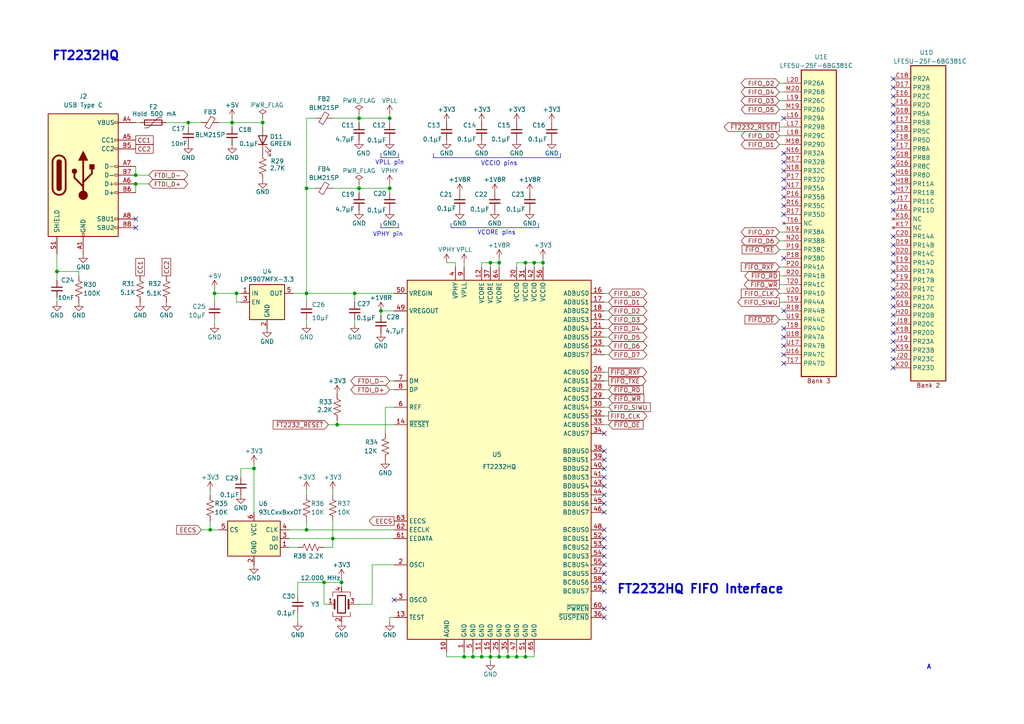
<source format=kicad_sch>
(kicad_sch (version 20231120) (generator "eeschema") (generator_version "8.0")
  (paper "A4")
  (junction (at 62.23 85.09))
  (junction (at 39.37 50.8))
  (junction (at 16.51 78.74))
  (junction (at 147.32 190.5))
  (junction (at 88.9 153.67))
  (junction (at 73.66 135.89))
  (junction (at 144.78 190.5))
  (junction (at 97.79 123.19))
  (junction (at 142.24 76.2))
  (junction (at 99.06 168.91))
  (junction (at 88.9 85.09))
  (junction (at 113.03 34.29))
  (junction (at 134.62 190.5))
  (junction (at 142.24 190.5))
  (junction (at 154.94 76.2))
  (junction (at 68.58 85.09))
  (junction (at 157.48 76.2))
  (junction (at 96.52 156.21))
  (junction (at 102.87 85.09))
  (junction (at 113.03 54.61))
  (junction (at 88.9 54.61))
  (junction (at 110.49 90.17))
  (junction (at 144.78 76.2))
  (junction (at 76.2 35.56))
  (junction (at 152.4 76.2))
  (junction (at 60.96 153.67))
  (junction (at 104.14 54.61))
  (junction (at 139.7 190.5))
  (junction (at 137.16 190.5))
  (junction (at 152.4 190.5))
  (junction (at 93.98 168.91))
  (junction (at 104.14 34.29))
  (junction (at 149.86 190.5))
  (junction (at 39.37 53.34))
  (junction (at 67.31 35.56))
  (junction (at 54.61 35.56))
  (no_connect (at 227.33 34.29))
  (no_connect (at 227.33 97.79))
  (no_connect (at 39.37 66.04))
  (no_connect (at 227.33 54.61))
  (no_connect (at 259.08 30.48))
  (no_connect (at 259.08 58.42))
  (no_connect (at 175.26 153.67))
  (no_connect (at 259.08 91.44))
  (no_connect (at 259.08 45.72))
  (no_connect (at 175.26 156.21))
  (no_connect (at 39.37 63.5))
  (no_connect (at 175.26 135.89))
  (no_connect (at 227.33 59.69))
  (no_connect (at 175.26 158.75))
  (no_connect (at 259.08 53.34))
  (no_connect (at 259.08 86.36))
  (no_connect (at 259.08 71.12))
  (no_connect (at 175.26 146.05))
  (no_connect (at 175.26 163.83))
  (no_connect (at 259.08 83.82))
  (no_connect (at 259.08 25.4))
  (no_connect (at 259.08 76.2))
  (no_connect (at 175.26 179.07))
  (no_connect (at 259.08 55.88))
  (no_connect (at 227.33 90.17))
  (no_connect (at 175.26 133.35))
  (no_connect (at 175.26 138.43))
  (no_connect (at 259.08 40.64))
  (no_connect (at 227.33 74.93))
  (no_connect (at 227.33 57.15))
  (no_connect (at 227.33 52.07))
  (no_connect (at 175.26 143.51))
  (no_connect (at 175.26 168.91))
  (no_connect (at 259.08 101.6))
  (no_connect (at 259.08 104.14))
  (no_connect (at 175.26 166.37))
  (no_connect (at 259.08 38.1))
  (no_connect (at 175.26 140.97))
  (no_connect (at 259.08 81.28))
  (no_connect (at 175.26 161.29))
  (no_connect (at 259.08 22.86))
  (no_connect (at 259.08 93.98))
  (no_connect (at 259.08 68.58))
  (no_connect (at 227.33 49.53))
  (no_connect (at 259.08 99.06))
  (no_connect (at 114.3 173.99))
  (no_connect (at 227.33 95.25))
  (no_connect (at 227.33 102.87))
  (no_connect (at 175.26 125.73))
  (no_connect (at 259.08 43.18))
  (no_connect (at 259.08 73.66))
  (no_connect (at 227.33 100.33))
  (no_connect (at 259.08 27.94))
  (no_connect (at 259.08 48.26))
  (no_connect (at 175.26 171.45))
  (no_connect (at 227.33 44.45))
  (no_connect (at 175.26 176.53))
  (no_connect (at 259.08 60.96))
  (no_connect (at 227.33 46.99))
  (no_connect (at 259.08 88.9))
  (no_connect (at 175.26 148.59))
  (no_connect (at 259.08 96.52))
  (no_connect (at 259.08 106.68))
  (no_connect (at 227.33 62.23))
  (no_connect (at 259.08 33.02))
  (no_connect (at 227.33 105.41))
  (no_connect (at 259.08 78.74))
  (no_connect (at 259.08 35.56))
  (no_connect (at 259.08 50.8))
  (no_connect (at 175.26 130.81))
  (wire (pts (xy 226.06 92.71) (xy 227.33 92.71)))
  (wire (pts (xy 176.53 110.49) (xy 175.26 110.49)))
  (wire (pts (xy 113.03 53.34) (xy 113.03 54.61)))
  (wire (pts (xy 39.37 53.34) (xy 39.37 55.88)))
  (wire (pts (xy 104.14 53.34) (xy 104.14 54.61)))
  (wire (pts (xy 134.62 189.23) (xy 134.62 190.5)))
  (wire (pts (xy 226.06 77.47) (xy 227.33 77.47)))
  (wire (pts (xy 113.03 113.03) (xy 114.3 113.03)))
  (wire (pts (xy 54.61 35.56) (xy 54.61 36.83)))
  (polyline (pts (xy 130.81 64.77) (xy 130.81 66.04)))
  (wire (pts (xy 67.31 35.56) (xy 67.31 36.83)))
  (wire (pts (xy 176.53 95.25) (xy 175.26 95.25)))
  (wire (pts (xy 48.26 35.56) (xy 54.61 35.56)))
  (polyline (pts (xy 125.73 45.72) (xy 162.56 45.72)))
  (wire (pts (xy 113.03 34.29) (xy 104.14 34.29)))
  (wire (pts (xy 226.06 36.83) (xy 227.33 36.83)))
  (wire (pts (xy 147.32 190.5) (xy 149.86 190.5)))
  (wire (pts (xy 113.03 33.02) (xy 113.03 34.29)))
  (wire (pts (xy 113.03 55.88) (xy 113.03 54.61)))
  (wire (pts (xy 73.66 134.62) (xy 73.66 135.89)))
  (wire (pts (xy 176.53 85.09) (xy 175.26 85.09)))
  (wire (pts (xy 99.06 168.91) (xy 99.06 170.18)))
  (wire (pts (xy 139.7 190.5) (xy 142.24 190.5)))
  (wire (pts (xy 149.86 77.47) (xy 149.86 76.2)))
  (wire (pts (xy 63.5 35.56) (xy 67.31 35.56)))
  (wire (pts (xy 139.7 76.2) (xy 142.24 76.2)))
  (wire (pts (xy 69.85 135.89) (xy 73.66 135.89)))
  (wire (pts (xy 152.4 76.2) (xy 152.4 77.47)))
  (wire (pts (xy 110.49 90.17) (xy 114.3 90.17)))
  (wire (pts (xy 226.06 85.09) (xy 227.33 85.09)))
  (wire (pts (xy 176.53 87.63) (xy 175.26 87.63)))
  (wire (pts (xy 16.51 78.74) (xy 16.51 81.28)))
  (wire (pts (xy 69.85 135.89) (xy 69.85 138.43)))
  (wire (pts (xy 176.53 120.65) (xy 175.26 120.65)))
  (wire (pts (xy 104.14 34.29) (xy 96.52 34.29)))
  (wire (pts (xy 107.95 163.83) (xy 114.3 163.83)))
  (wire (pts (xy 96.52 151.13) (xy 96.52 156.21)))
  (polyline (pts (xy 162.56 44.45) (xy 162.56 45.72)))
  (wire (pts (xy 76.2 35.56) (xy 76.2 36.83)))
  (wire (pts (xy 144.78 74.93) (xy 144.78 76.2)))
  (wire (pts (xy 62.23 85.09) (xy 68.58 85.09)))
  (wire (pts (xy 144.78 189.23) (xy 144.78 190.5)))
  (polyline (pts (xy 110.49 64.77) (xy 110.49 66.04)))
  (wire (pts (xy 152.4 190.5) (xy 154.94 190.5)))
  (wire (pts (xy 85.09 85.09) (xy 88.9 85.09)))
  (wire (pts (xy 111.76 125.73) (xy 111.76 118.11)))
  (wire (pts (xy 176.53 97.79) (xy 175.26 97.79)))
  (wire (pts (xy 107.95 175.26) (xy 107.95 163.83)))
  (wire (pts (xy 226.06 39.37) (xy 227.33 39.37)))
  (wire (pts (xy 152.4 189.23) (xy 152.4 190.5)))
  (wire (pts (xy 16.51 86.36) (xy 16.51 87.63)))
  (wire (pts (xy 88.9 34.29) (xy 88.9 54.61)))
  (wire (pts (xy 144.78 76.2) (xy 144.78 77.47)))
  (polyline (pts (xy 125.73 44.45) (xy 125.73 45.72)))
  (wire (pts (xy 137.16 190.5) (xy 139.7 190.5)))
  (wire (pts (xy 73.66 135.89) (xy 73.66 148.59)))
  (wire (pts (xy 144.78 190.5) (xy 147.32 190.5)))
  (wire (pts (xy 129.54 76.2) (xy 132.08 76.2)))
  (wire (pts (xy 95.25 123.19) (xy 97.79 123.19)))
  (wire (pts (xy 86.36 180.34) (xy 86.36 177.8)))
  (wire (pts (xy 226.06 87.63) (xy 227.33 87.63)))
  (wire (pts (xy 142.24 190.5) (xy 142.24 191.77)))
  (polyline (pts (xy 156.21 66.04) (xy 130.81 66.04)))
  (wire (pts (xy 157.48 76.2) (xy 157.48 77.47)))
  (wire (pts (xy 22.86 78.74) (xy 22.86 80.01)))
  (wire (pts (xy 104.14 34.29) (xy 104.14 35.56)))
  (polyline (pts (xy 110.49 45.72) (xy 115.57 45.72)))
  (wire (pts (xy 76.2 35.56) (xy 76.2 34.29)))
  (wire (pts (xy 67.31 35.56) (xy 76.2 35.56)))
  (wire (pts (xy 83.82 153.67) (xy 88.9 153.67)))
  (polyline (pts (xy 115.57 64.77) (xy 115.57 66.04)))
  (wire (pts (xy 134.62 190.5) (xy 137.16 190.5)))
  (wire (pts (xy 129.54 190.5) (xy 134.62 190.5)))
  (wire (pts (xy 62.23 93.98) (xy 62.23 92.71)))
  (wire (pts (xy 176.53 90.17) (xy 175.26 90.17)))
  (wire (pts (xy 104.14 33.02) (xy 104.14 34.29)))
  (wire (pts (xy 60.96 153.67) (xy 63.5 153.67)))
  (wire (pts (xy 86.36 172.72) (xy 86.36 168.91)))
  (wire (pts (xy 88.9 85.09) (xy 102.87 85.09)))
  (wire (pts (xy 16.51 78.74) (xy 22.86 78.74)))
  (polyline (pts (xy 110.49 66.04) (xy 115.57 66.04)))
  (wire (pts (xy 154.94 76.2) (xy 157.48 76.2)))
  (wire (pts (xy 102.87 175.26) (xy 107.95 175.26)))
  (wire (pts (xy 88.9 151.13) (xy 88.9 153.67)))
  (wire (pts (xy 113.03 110.49) (xy 114.3 110.49)))
  (wire (pts (xy 54.61 35.56) (xy 58.42 35.56)))
  (wire (pts (xy 68.58 85.09) (xy 69.85 85.09)))
  (wire (pts (xy 39.37 35.56) (xy 40.64 35.56)))
  (polyline (pts (xy 115.57 44.45) (xy 115.57 45.72)))
  (wire (pts (xy 142.24 76.2) (xy 144.78 76.2)))
  (wire (pts (xy 226.06 82.55) (xy 227.33 82.55)))
  (wire (pts (xy 97.79 121.92) (xy 97.79 123.19)))
  (wire (pts (xy 137.16 189.23) (xy 137.16 190.5)))
  (wire (pts (xy 95.25 175.26) (xy 93.98 175.26)))
  (wire (pts (xy 226.06 80.01) (xy 227.33 80.01)))
  (wire (pts (xy 69.85 87.63) (xy 68.58 87.63)))
  (polyline (pts (xy 110.49 44.45) (xy 110.49 45.72)))
  (wire (pts (xy 226.06 29.21) (xy 227.33 29.21)))
  (wire (pts (xy 88.9 153.67) (xy 114.3 153.67)))
  (wire (pts (xy 43.18 50.8) (xy 39.37 50.8)))
  (wire (pts (xy 226.06 26.67) (xy 227.33 26.67)))
  (wire (pts (xy 226.06 67.31) (xy 227.33 67.31)))
  (wire (pts (xy 96.52 156.21) (xy 114.3 156.21)))
  (wire (pts (xy 68.58 87.63) (xy 68.58 85.09)))
  (wire (pts (xy 83.82 156.21) (xy 96.52 156.21)))
  (wire (pts (xy 152.4 76.2) (xy 154.94 76.2)))
  (wire (pts (xy 139.7 76.2) (xy 139.7 77.47)))
  (wire (pts (xy 149.86 76.2) (xy 152.4 76.2)))
  (wire (pts (xy 154.94 76.2) (xy 154.94 77.47)))
  (wire (pts (xy 226.06 41.91) (xy 227.33 41.91)))
  (wire (pts (xy 96.52 142.24) (xy 96.52 143.51)))
  (wire (pts (xy 43.18 53.34) (xy 39.37 53.34)))
  (wire (pts (xy 104.14 54.61) (xy 104.14 55.88)))
  (wire (pts (xy 99.06 167.64) (xy 99.06 168.91)))
  (wire (pts (xy 102.87 92.71) (xy 102.87 93.98)))
  (wire (pts (xy 176.53 118.11) (xy 175.26 118.11)))
  (wire (pts (xy 114.3 179.07) (xy 113.03 179.07)))
  (wire (pts (xy 83.82 158.75) (xy 86.36 158.75)))
  (wire (pts (xy 176.53 113.03) (xy 175.26 113.03)))
  (wire (pts (xy 114.3 85.09) (xy 102.87 85.09)))
  (wire (pts (xy 102.87 85.09) (xy 102.87 87.63)))
  (wire (pts (xy 176.53 115.57) (xy 175.26 115.57)))
  (wire (pts (xy 139.7 189.23) (xy 139.7 190.5)))
  (wire (pts (xy 142.24 76.2) (xy 142.24 77.47)))
  (wire (pts (xy 86.36 168.91) (xy 93.98 168.91)))
  (wire (pts (xy 113.03 179.07) (xy 113.03 180.34)))
  (wire (pts (xy 129.54 189.23) (xy 129.54 190.5)))
  (wire (pts (xy 113.03 54.61) (xy 104.14 54.61)))
  (wire (pts (xy 176.53 102.87) (xy 175.26 102.87)))
  (wire (pts (xy 60.96 151.13) (xy 60.96 153.67)))
  (wire (pts (xy 16.51 73.66) (xy 16.51 78.74)))
  (wire (pts (xy 147.32 189.23) (xy 147.32 190.5)))
  (wire (pts (xy 62.23 83.82) (xy 62.23 85.09)))
  (wire (pts (xy 142.24 190.5) (xy 144.78 190.5)))
  (wire (pts (xy 97.79 123.19) (xy 114.3 123.19)))
  (wire (pts (xy 67.31 34.29) (xy 67.31 35.56)))
  (wire (pts (xy 111.76 118.11) (xy 114.3 118.11)))
  (wire (pts (xy 154.94 189.23) (xy 154.94 190.5)))
  (wire (pts (xy 142.24 189.23) (xy 142.24 190.5)))
  (wire (pts (xy 110.49 91.44) (xy 110.49 90.17)))
  (wire (pts (xy 91.44 34.29) (xy 88.9 34.29)))
  (wire (pts (xy 176.53 92.71) (xy 175.26 92.71)))
  (wire (pts (xy 226.06 69.85) (xy 227.33 69.85)))
  (wire (pts (xy 176.53 107.95) (xy 175.26 107.95)))
  (wire (pts (xy 157.48 76.2) (xy 157.48 74.93)))
  (wire (pts (xy 104.14 54.61) (xy 96.52 54.61)))
  (wire (pts (xy 88.9 85.09) (xy 88.9 87.63)))
  (wire (pts (xy 226.06 72.39) (xy 227.33 72.39)))
  (wire (pts (xy 60.96 142.24) (xy 60.96 143.51)))
  (wire (pts (xy 176.53 123.19) (xy 175.26 123.19)))
  (wire (pts (xy 134.62 76.2) (xy 134.62 77.47)))
  (wire (pts (xy 176.53 100.33) (xy 175.26 100.33)))
  (wire (pts (xy 93.98 175.26) (xy 93.98 168.91)))
  (wire (pts (xy 88.9 142.24) (xy 88.9 143.51)))
  (wire (pts (xy 93.98 158.75) (xy 96.52 158.75)))
  (wire (pts (xy 96.52 158.75) (xy 96.52 156.21)))
  (wire (pts (xy 88.9 93.98) (xy 88.9 92.71)))
  (polyline (pts (xy 156.21 64.77) (xy 156.21 66.04)))
  (wire (pts (xy 149.86 190.5) (xy 152.4 190.5)))
  (wire (pts (xy 88.9 54.61) (xy 91.44 54.61)))
  (wire (pts (xy 62.23 87.63) (xy 62.23 85.09)))
  (wire (pts (xy 149.86 189.23) (xy 149.86 190.5)))
  (wire (pts (xy 58.42 153.67) (xy 60.96 153.67)))
  (wire (pts (xy 113.03 35.56) (xy 113.03 34.29)))
  (wire (pts (xy 88.9 54.61) (xy 88.9 85.09)))
  (wire (pts (xy 39.37 48.26) (xy 39.37 50.8)))
  (wire (pts (xy 226.06 24.13) (xy 227.33 24.13)))
  (wire (pts (xy 132.08 76.2) (xy 132.08 77.47)))
  (wire (pts (xy 226.06 31.75) (xy 227.33 31.75)))
  (wire (pts (xy 93.98 168.91) (xy 99.06 168.91)))
  (text "VPHY pin" (at 112.522 68.072 0) (effects (font (size 1.27 1.27))))
  (text "VPLL pin" (at 113.03 47.244 0) (effects (font (size 1.27 1.27))))
  (text "A" (at 268.732 194.31 0) (effects (font (size 1.27 1.27) (thickness 0.254) (bold yes)) (justify left bottom)))
  (text "FT2232HQ" (at 14.986 17.78 0) (effects (font (size 2.54 2.54) (thickness 0.508) (bold yes)) (justify left bottom)))
  (text "VCCIO pins" (at 144.78 47.498 0) (effects (font (size 1.27 1.27))))
  (text "VCORE pins" (at 144.018 67.564 0) (effects (font (size 1.27 1.27))))
  (text "FT2232HQ FIFO Interface" (at 178.816 172.466 0) (effects (font (size 2.54 2.54) (thickness 0.508) (bold yes)) (justify left bottom)))
  (global_label "~{FIFO_TXE}" (shape output) (at 176.53 110.49 0) (property "Intersheetrefs" "${INTERSHEET_REFS}" (effects (hide yes))))
  (global_label "FIFO_D1" (shape bidirectional) (at 176.53 87.63 0) (property "Intersheetrefs" "${INTERSHEET_REFS}" (effects (hide yes))))
  (global_label "FIFO_D4" (shape bidirectional) (at 226.06 26.67 180) (property "Intersheetrefs" "${INTERSHEET_REFS}" (effects (hide yes))))
  (global_label "FIFO_D5" (shape bidirectional) (at 176.53 97.79 0) (property "Intersheetrefs" "${INTERSHEET_REFS}" (effects (hide yes))))
  (global_label "~{FIFO_RD}" (shape input) (at 176.53 113.03 0) (property "Intersheetrefs" "${INTERSHEET_REFS}" (effects (hide yes))))
  (global_label "FIFO_D6" (shape bidirectional) (at 176.53 100.33 0) (property "Intersheetrefs" "${INTERSHEET_REFS}" (effects (hide yes))))
  (global_label "FTDI_D+" (shape bidirectional) (at 43.18 53.34 0) (property "Intersheetrefs" "${INTERSHEET_REFS}" (effects (hide yes))))
  (global_label "FIFO_D7" (shape bidirectional) (at 226.06 67.31 180) (property "Intersheetrefs" "${INTERSHEET_REFS}" (effects (hide yes))))
  (global_label "FIFO_D1" (shape bidirectional) (at 226.06 41.91 180) (property "Intersheetrefs" "${INTERSHEET_REFS}" (effects (hide yes))))
  (global_label "FIFO_CLK" (shape output) (at 176.53 120.65 0) (property "Intersheetrefs" "${INTERSHEET_REFS}" (effects (hide yes))))
  (global_label "FTDI_D-" (shape bidirectional) (at 43.18 50.8 0) (property "Intersheetrefs" "${INTERSHEET_REFS}" (effects (hide yes))))
  (global_label "CC1" (shape passive) (at 40.64 80.01 90) (property "Intersheetrefs" "${INTERSHEET_REFS}" (effects (hide yes))))
  (global_label "~{FIFO_OE}" (shape input) (at 176.53 123.19 0) (property "Intersheetrefs" "${INTERSHEET_REFS}" (effects (hide yes))))
  (global_label "FIFO_CLK" (shape input) (at 226.06 85.09 180) (property "Intersheetrefs" "${INTERSHEET_REFS}" (effects (hide yes))))
  (global_label "FIFO_SIWU" (shape output) (at 226.06 87.63 180) (property "Intersheetrefs" "${INTERSHEET_REFS}" (effects (hide yes))))
  (global_label "FIFO_D0" (shape bidirectional) (at 176.53 85.09 0) (property "Intersheetrefs" "${INTERSHEET_REFS}" (effects (hide yes))))
  (global_label "~{FIFO_OE}" (shape input) (at 226.06 92.71 180) (property "Intersheetrefs" "${INTERSHEET_REFS}" (effects (hide yes))))
  (global_label "FIFO_D4" (shape bidirectional) (at 176.53 95.25 0) (property "Intersheetrefs" "${INTERSHEET_REFS}" (effects (hide yes))))
  (global_label "~{FIFO_TXE}" (shape input) (at 226.06 72.39 180) (property "Intersheetrefs" "${INTERSHEET_REFS}" (effects (hide yes))))
  (global_label "~{FT2232_RESET}" (shape input) (at 95.25 123.19 180) (property "Intersheetrefs" "${INTERSHEET_REFS}" (effects (hide yes))))
  (global_label "FTDI_D-" (shape bidirectional) (at 113.03 110.49 180) (property "Intersheetrefs" "${INTERSHEET_REFS}" (effects (hide yes))))
  (global_label "FIFO_D2" (shape bidirectional) (at 226.06 24.13 180) (property "Intersheetrefs" "${INTERSHEET_REFS}" (effects (hide yes))))
  (global_label "FIFO_SIWU" (shape input) (at 176.53 118.11 0) (property "Intersheetrefs" "${INTERSHEET_REFS}" (effects (hide yes))))
  (global_label "FIFO_D6" (shape bidirectional) (at 226.06 69.85 180) (property "Intersheetrefs" "${INTERSHEET_REFS}" (effects (hide yes))))
  (global_label "EECS" (shape input) (at 58.42 153.67 180) (property "Intersheetrefs" "${INTERSHEET_REFS}" (effects (hide yes))))
  (global_label "FIFO_D3" (shape bidirectional) (at 176.53 92.71 0) (property "Intersheetrefs" "${INTERSHEET_REFS}" (effects (hide yes))))
  (global_label "CC2" (shape passive) (at 48.26 80.01 90) (property "Intersheetrefs" "${INTERSHEET_REFS}" (effects (hide yes))))
  (global_label "~{FT2232_RESET}" (shape output) (at 226.06 36.83 180) (property "Intersheetrefs" "${INTERSHEET_REFS}" (effects (hide yes))))
  (global_label "CC2" (shape passive) (at 39.37 43.18 0) (property "Intersheetrefs" "${INTERSHEET_REFS}" (effects (hide yes))))
  (global_label "FIFO_D3" (shape bidirectional) (at 226.06 29.21 180) (property "Intersheetrefs" "${INTERSHEET_REFS}" (effects (hide yes))))
  (global_label "FIFO_D0" (shape bidirectional) (at 226.06 39.37 180) (property "Intersheetrefs" "${INTERSHEET_REFS}" (effects (hide yes))))
  (global_label "CC1" (shape passive) (at 39.37 40.64 0) (property "Intersheetrefs" "${INTERSHEET_REFS}" (effects (hide yes))))
  (global_label "~{FIFO_WR}" (shape input) (at 176.53 115.57 0) (property "Intersheetrefs" "${INTERSHEET_REFS}" (effects (hide yes))))
  (global_label "~{FIFO_RXF}" (shape output) (at 176.53 107.95 0) (property "Intersheetrefs" "${INTERSHEET_REFS}" (effects (hide yes))))
  (global_label "FIFO_D5" (shape bidirectional) (at 226.06 31.75 180) (property "Intersheetrefs" "${INTERSHEET_REFS}" (effects (hide yes))))
  (global_label "EECS" (shape output) (at 114.3 151.13 180) (property "Intersheetrefs" "${INTERSHEET_REFS}" (effects (hide yes))))
  (global_label "~{FIFO_RXF}" (shape input) (at 226.06 77.47 180) (property "Intersheetrefs" "${INTERSHEET_REFS}" (effects (hide yes))))
  (global_label "FIFO_D2" (shape bidirectional) (at 176.53 90.17 0) (property "Intersheetrefs" "${INTERSHEET_REFS}" (effects (hide yes))))
  (global_label "~{FIFO_WR}" (shape output) (at 226.06 82.55 180) (property "Intersheetrefs" "${INTERSHEET_REFS}" (effects (hide yes))))
  (global_label "FIFO_D7" (shape bidirectional) (at 176.53 102.87 0) (property "Intersheetrefs" "${INTERSHEET_REFS}" (effects (hide yes))))
  (global_label "~{FIFO_RD}" (shape output) (at 226.06 80.01 180) (property "Intersheetrefs" "${INTERSHEET_REFS}" (effects (hide yes))))
  (global_label "FTDI_D+" (shape bidirectional) (at 113.03 113.03 180) (property "Intersheetrefs" "${INTERSHEET_REFS}" (effects (hide yes))))
  (symbol (lib_id "power:+3V3") (at 133.35 55.88 0) (unit 1)
    (property "Reference" "#PWR067" (effects (hide yes)))
    (property "Value" "+1V8R" (at 133.35 52.07 0))
    (property "Description" "Power symbol creates a global label with name \"+3V3\"" (effects (hide yes)))
  )
  (symbol (lib_id "power:+3V3") (at 134.62 76.2 0) (unit 1)
    (property "Reference" "#PWR079" (effects (hide yes)))
    (property "Value" "VPLL" (at 134.62 72.39 0))
    (property "Description" "Power symbol creates a global label with name \"+3V3\"" (effects (hide yes)))
  )
  (symbol (lib_id "ECP5_BGA381_FT2232HQ_FIFO:LFE5U-25F-xBG381x") (at 269.24 60.96 0) (unit 4)
    (property "Reference" "U1" (at 266.7 15.24 0) (effects (justify left)))
    (property "Value" "LFE5U-25F-6BG381C" (at 259.08 17.78 0) (effects (justify left)))
    (property "Footprint" "ECP5_BGA381_FT2232HQ_FIFO:BGA-381_pitch0.8mm_dia0.4mm" (effects (hide yes)))
    (property "Datasheet" "https://www.latticesemi.com/view_document?document_id=50461" (effects (hide yes)))
    (property "Description" "ECP5 FPGA, 25K LUTs, 1.2V, BGA-381" (effects (hide yes)))
    (property "Manufacturer" "Lattice Semiconductor Corporation" (effects (hide yes)))
    (property "MPN" "LFE5U-25F-6BG381C" (effects (hide yes)))
  )
  (symbol (lib_id "power:+3V3") (at 129.54 76.2 0) (unit 1)
    (property "Reference" "#PWR078" (effects (hide yes)))
    (property "Value" "VPHY" (at 129.54 72.39 0))
    (property "Description" "Power symbol creates a global label with name \"+3V3\"" (effects (hide yes)))
  )
  (symbol (lib_id "Device:C_Small") (at 54.61 39.37 0) (unit 1)
    (property "Reference" "C17" (at 49.784 37.338 0) (effects (justify left)))
    (property "Value" "10nF" (at 49.53 41.656 0) (effects (justify left)))
    (property "Footprint" "Capacitor_SMD:C_0603_1608Metric" (effects (hide yes)))
    (property "Description" "CAP CER 10000PF 50V X7R 0603" (effects (hide yes)))
    (property "Manufacturer" "Samsung Electro-Mechanics" (effects (hide yes)))
    (property "MPN" "CL10B103KB8NNWC" (effects (hide yes)))
  )
  (symbol (lib_id "power:GND") (at 73.66 163.83 0) (unit 1)
    (property "Reference" "#PWR098" (effects (hide yes)))
    (property "Value" "GND" (at 73.66 167.64 0))
    (property "Description" "Power symbol creates a global label with name \"GND\" , ground" (effects (hide yes)))
  )
  (symbol (lib_id "ECP5_BGA381_FT2232HQ_FIFO:USB_C_Receptacle_USB2.0") (at 24.13 50.8 0) (unit 1)
    (property "Reference" "J2" (at 24.13 27.94 0))
    (property "Value" "USB Type C" (at 24.13 30.48 0))
    (property "Footprint" "ECP5_BGA381_FT2232HQ_FIFO:USB_C_Receptacle_GCT_USB4105-xx-A_16P_TopMnt_Horizontal" (effects (hide yes)))
    (property "Datasheet" "https://www.usb.org/sites/default/files/documents/usb_type-c.zip" (effects (hide yes)))
    (property "Description" "CONN RCP USB2.0 TYP C 24P SMD RA" (effects (hide yes)))
    (property "MPN" "USB4105-GF-A-120" (effects (hide yes)))
    (property "Manufacturer" "GCT" (effects (hide yes)))
  )
  (symbol (lib_id "Device:R_US") (at 97.79 118.11 0) (unit 1)
    (property "Reference" "R33" (at 92.456 116.586 0) (effects (justify left)))
    (property "Value" "2.2K" (at 91.948 118.872 0) (effects (justify left)))
    (property "Footprint" "Resistor_SMD:R_0603_1608Metric" (effects (hide yes)))
    (property "Description" "RES SMD 2.2K OHM 1% 1/10W 0603" (effects (hide yes)))
    (property "Manufacturer" "Panasonic Electronic Components" (effects (hide yes)))
    (property "MPN" "ERJ-3EKF2201V" (effects (hide yes)))
  )
  (symbol (lib_id "power:GND") (at 16.51 87.63 0) (unit 1)
    (property "Reference" "#PWR081" (effects (hide yes)))
    (property "Value" "GND" (at 16.51 91.44 0))
    (property "Description" "Power symbol creates a global label with name \"GND\" , ground" (effects (hide yes)))
  )
  (symbol (lib_id "power:GND") (at 153.67 60.96 0) (mirror y) (unit 1)
    (property "Reference" "#PWR074" (effects (hide yes)))
    (property "Value" "GND" (at 153.67 64.77 0))
    (property "Description" "Power symbol creates a global label with name \"GND\" , ground" (effects (hide yes)))
  )
  (symbol (lib_id "Device:C_Small") (at 110.49 93.98 0) (unit 1)
    (property "Reference" "C28" (at 112.014 91.948 0) (effects (justify left)))
    (property "Value" "4.7µF" (at 111.76 96.012 0) (effects (justify left)))
    (property "Footprint" "Capacitor_SMD:C_0603_1608Metric" (effects (hide yes)))
    (property "Description" "CAP CER 4.7UF 10V X5R 0603" (effects (hide yes)))
    (property "MPN" "CL10A475KP8NNNC" (effects (hide yes)))
    (property "Manufacturer" "Samsung Electro-Mechanics" (effects (hide yes)))
  )
  (symbol (lib_id "Device:LED") (at 76.2 40.64 90) (unit 1)
    (property "Reference" "D11" (at 78.232 39.624 90) (effects (justify right)))
    (property "Value" "GREEN" (at 78.232 41.656 90) (effects (justify right)))
    (property "Footprint" "LED_SMD:LED_0603_1608Metric" (effects (hide yes)))
    (property "Description" "LED GREEN CLEAR 2SMD" (effects (hide yes)))
    (property "MPN" "APT1608LZGCK" (effects (hide yes)))
    (property "Manufacturer" "Kingbright" (effects (hide yes)))
  )
  (symbol (lib_id "ECP5_BGA381_FT2232HQ_FIFO:LFE5U-25F-xBG381x") (at 237.49 62.23 0) (unit 5)
    (property "Reference" "U1" (at 236.22 16.51 0) (effects (justify left)))
    (property "Value" "LFE5U-25F-6BG381C" (at 226.06 19.05 0) (effects (justify left)))
    (property "Footprint" "ECP5_BGA381_FT2232HQ_FIFO:BGA-381_pitch0.8mm_dia0.4mm" (effects (hide yes)))
    (property "Datasheet" "https://www.latticesemi.com/view_document?document_id=50461" (effects (hide yes)))
    (property "Description" "ECP5 FPGA, 25K LUTs, 1.2V, BGA-381" (effects (hide yes)))
    (property "Manufacturer" "Lattice Semiconductor Corporation" (effects (hide yes)))
    (property "MPN" "LFE5U-25F-6BG381C" (effects (hide yes)))
  )
  (symbol (lib_id "power:GND") (at 104.14 40.64 0) (mirror y) (unit 1)
    (property "Reference" "#PWR057" (effects (hide yes)))
    (property "Value" "GND" (at 105.41 44.45 0))
    (property "Description" "Power symbol creates a global label with name \"GND\" , ground" (effects (hide yes)))
  )
  (symbol (lib_id "power:GND") (at 142.24 191.77 0) (mirror y) (unit 1)
    (property "Reference" "#PWR0103" (effects (hide yes)))
    (property "Value" "GND" (at 142.24 195.58 0))
    (property "Description" "Power symbol creates a global label with name \"GND\" , ground" (effects (hide yes)))
  )
  (symbol (lib_id "power:+3.3V") (at 96.52 142.24 0) (unit 1) (in_bom no)
    (property "Reference" "#PWR096" (effects (hide yes)))
    (property "Value" "+3V3" (at 96.52 138.43 0))
    (property "Description" "Power symbol creates a global label with name \"+3V3\"" (effects (hide yes)))
  )
  (symbol (lib_id "power:GND") (at 113.03 180.34 0) (mirror y) (unit 1)
    (property "Reference" "#PWR0102" (effects (hide yes)))
    (property "Value" "GND" (at 113.03 184.15 0))
    (property "Description" "Power symbol creates a global label with name \"GND\" , ground" (effects (hide yes)))
  )
  (symbol (lib_id "power:GND") (at 143.51 60.96 0) (mirror y) (unit 1)
    (property "Reference" "#PWR073" (effects (hide yes)))
    (property "Value" "GND" (at 143.51 64.77 0))
    (property "Description" "Power symbol creates a global label with name \"GND\" , ground" (effects (hide yes)))
  )
  (symbol (lib_id "power:GND") (at 160.02 40.64 0) (mirror y) (unit 1)
    (property "Reference" "#PWR062" (effects (hide yes)))
    (property "Value" "GND" (at 160.02 44.45 0))
    (property "Description" "Power symbol creates a global label with name \"GND\" , ground" (effects (hide yes)))
  )
  (symbol (lib_id "Device:C_Small") (at 149.86 38.1 0) (mirror y) (unit 1)
    (property "Reference" "C15" (at 148.082 36.322 0) (effects (justify left)))
    (property "Value" "0.1µF" (at 148.082 40.386 0) (effects (justify left)))
    (property "Footprint" "Capacitor_SMD:C_0603_1608Metric" (effects (hide yes)))
    (property "Description" "CAP CER 0.1UF 50V X7R 0603" (effects (hide yes)))
    (property "MPN" "CL10B104KB8NNNC" (effects (hide yes)))
    (property "Manufacturer" "Samsung Electro-Mechanics" (effects (hide yes)))
  )
  (symbol (lib_id "Device:C_Small") (at 153.67 58.42 0) (mirror y) (unit 1)
    (property "Reference" "C23" (at 152.146 56.388 0) (effects (justify left)))
    (property "Value" "0.1µF" (at 152.4 60.706 0) (effects (justify left)))
    (property "Footprint" "Capacitor_SMD:C_0603_1608Metric" (effects (hide yes)))
    (property "Description" "CAP CER 0.1UF 50V X7R 0603" (effects (hide yes)))
    (property "MPN" "CL10B104KB8NNNC" (effects (hide yes)))
    (property "Manufacturer" "Samsung Electro-Mechanics" (effects (hide yes)))
  )
  (symbol (lib_id "power:GND") (at 129.54 40.64 0) (mirror y) (unit 1)
    (property "Reference" "#PWR059" (effects (hide yes)))
    (property "Value" "GND" (at 129.54 44.45 0))
    (property "Description" "Power symbol creates a global label with name \"GND\" , ground" (effects (hide yes)))
  )
  (symbol (lib_id "Device:R_US") (at 111.76 129.54 0) (mirror y) (unit 1)
    (property "Reference" "R34" (at 109.728 128.27 0) (effects (justify left)))
    (property "Value" "12K" (at 109.474 130.81 0) (effects (justify left)))
    (property "Footprint" "Resistor_SMD:R_0603_1608Metric" (effects (hide yes)))
    (property "Description" "RES SMD 12K OHM 1% 1/10W 0603" (effects (hide yes)))
    (property "MPN" "ERJ-3EKF1202V" (effects (hide yes)))
    (property "Manufacturer" "Panasonic Electronic Components" (effects (hide yes)))
  )
  (symbol (lib_id "power:GND") (at 48.26 87.63 0) (unit 1)
    (property "Reference" "#PWR084" (effects (hide yes)))
    (property "Value" "GND" (at 48.26 91.44 0))
    (property "Description" "Power symbol creates a global label with name \"GND\" , ground" (effects (hide yes)))
  )
  (symbol (lib_id "Device:R_US") (at 22.86 83.82 0) (unit 1)
    (property "Reference" "R30" (at 24.13 82.55 0) (effects (justify left)))
    (property "Value" "100K" (at 24.13 85.09 0) (effects (justify left)))
    (property "Footprint" "Resistor_SMD:R_0603_1608Metric" (effects (hide yes)))
    (property "Description" "RES SMD 100K OHM 1% 1/10W 0603" (effects (hide yes)))
    (property "Manufacturer" "Panasonic Electronic Components" (effects (hide yes)))
    (property "MPN" "ERJ-3EKF1003V" (effects (hide yes)))
  )
  (symbol (lib_id "Interface_USB:FT2232HQ") (at 144.78 133.35 0) (unit 1)
    (property "Reference" "U5" (at 142.748 131.826 0) (effects (justify left)))
    (property "Value" "FT2232HQ" (at 139.954 135.382 0) (effects (justify left)))
    (property "Footprint" "Package_DFN_QFN:QFN-64-1EP_9x9mm_P0.5mm_EP4.35x4.35mm" (effects (hide yes)))
    (property "Datasheet" "https://www.ftdichip.com/Support/Documents/DataSheets/ICs/DS_FT2232H.pdf" (effects (hide yes)))
    (property "Description" "IC USB HS DUAL UART/FIFO 64-QFN" (effects (hide yes)))
    (property "MPN" "FT2232HQ-REEL" (effects (hide yes)))
    (property "Manufacturer" "FTDI, Future Technology Devices International Ltd" (effects (hide yes)))
  )
  (symbol (lib_id "Device:C_Small") (at 88.9 90.17 0) (unit 1)
    (property "Reference" "C26" (at 90.424 88.392 0) (effects (justify left)))
    (property "Value" "10µF" (at 90.424 92.202 0) (effects (justify left)))
    (property "Footprint" "Capacitor_SMD:C_0805_2012Metric" (effects (hide yes)))
    (property "Description" "CAP CER 10UF 16V X7R 0805" (effects (hide yes)))
    (property "MPN" "CL21B106KOQNNNE" (effects (hide yes)))
    (property "Manufacturer" "Samsung Electro-Mechanics" (effects (hide yes)))
  )
  (symbol (lib_id "Device:Crystal_GND24") (at 99.06 175.26 0) (mirror x) (unit 1)
    (property "Reference" "Y3" (at 91.44 175.26 0))
    (property "Value" "12.000 MHz" (at 92.964 167.64 0))
    (property "Footprint" "Oscillator:Oscillator_SMD_ECS_2520MV-xxx-xx-4Pin_2.5x2.0mm" (effects (hide yes)))
    (property "Description" "XTAL OSC XO 12.0000MHZ CMOS SMD" (effects (hide yes)))
    (property "Manufacturer" "EPSON" (effects (hide yes)))
    (property "MPN" "SG-210STF 12.0000ML3" (effects (hide yes)))
  )
  (symbol (lib_id "Device:C_Small") (at 86.36 175.26 0) (unit 1)
    (property "Reference" "C30" (at 81.788 172.974 0) (effects (justify left)))
    (property "Value" "0.1µF" (at 80.264 177.8 0) (effects (justify left)))
    (property "Footprint" "Capacitor_SMD:C_0603_1608Metric" (effects (hide yes)))
    (property "Description" "CAP CER 0.1UF 50V X7R 0603" (effects (hide yes)))
    (property "MPN" "CL10B104KB8NNNC" (effects (hide yes)))
    (property "Manufacturer" "Samsung Electro-Mechanics" (effects (hide yes)))
  )
  (symbol (lib_id "power:GND") (at 76.2 52.07 0) (unit 1)
    (property "Reference" "#PWR065" (effects (hide yes)))
    (property "Value" "GND" (at 76.2 55.626 0))
    (property "Description" "Power symbol creates a global label with name \"GND\" , ground" (effects (hide yes)))
  )
  (symbol (lib_id "power:+5V") (at 62.23 83.82 0) (unit 1)
    (property "Reference" "#PWR080" (effects (hide yes)))
    (property "Value" "+5V" (at 62.23 80.01 0))
    (property "Description" "Power symbol creates a global label with name \"+5V\"" (effects (hide yes)))
  )
  (symbol (lib_id "Device:C_Small") (at 102.87 90.17 0) (mirror y) (unit 1)
    (property "Reference" "C27" (at 107.442 88.138 0) (effects (justify left)))
    (property "Value" "0.1µF" (at 108.966 92.202 0) (effects (justify left)))
    (property "Footprint" "Capacitor_SMD:C_0603_1608Metric" (effects (hide yes)))
    (property "Description" "CAP CER 0.1UF 50V X7R 0603" (effects (hide yes)))
    (property "MPN" "CL10B104KB8NNNC" (effects (hide yes)))
    (property "Manufacturer" "Samsung Electro-Mechanics" (effects (hide yes)))
  )
  (symbol (lib_id "Device:C_Small") (at 129.54 38.1 0) (mirror y) (unit 1)
    (property "Reference" "C13" (at 127.762 36.322 0) (effects (justify left)))
    (property "Value" "0.1µF" (at 128.27 40.386 0) (effects (justify left)))
    (property "Footprint" "Capacitor_SMD:C_0603_1608Metric" (effects (hide yes)))
    (property "Description" "CAP CER 0.1UF 50V X7R 0603" (effects (hide yes)))
    (property "MPN" "CL10B104KB8NNNC" (effects (hide yes)))
    (property "Manufacturer" "Samsung Electro-Mechanics" (effects (hide yes)))
  )
  (symbol (lib_id "power:GND") (at 69.85 143.51 0) (unit 1)
    (property "Reference" "#PWR097" (effects (hide yes)))
    (property "Value" "GND" (at 69.85 147.32 0))
    (property "Description" "Power symbol creates a global label with name \"GND\" , ground" (effects (hide yes)))
  )
  (symbol (lib_id "Memory_EEPROM:93LCxxBxxOT") (at 73.66 156.21 0) (unit 1)
    (property "Reference" "U6" (at 74.93 146.05 0) (effects (justify left)))
    (property "Value" "93LCxxBxxOT" (at 74.93 148.59 0) (effects (justify left)))
    (property "Footprint" "Package_TO_SOT_SMD:SOT-23-6" (effects (hide yes)))
    (property "Datasheet" "http://ww1.microchip.com/downloads/en/DeviceDoc/20001749K.pdf" (effects (hide yes)))
    (property "Description" "IC EEPROM 2KBIT MIC WIRE SOT23-6" (effects (hide yes)))
    (property "MPN" "93LC56BT-I/OT" (effects (hide yes)))
    (property "Manufacturer" "Microchip Technology" (effects (hide yes)))
  )
  (symbol (lib_id "power:+3V3") (at 143.51 55.88 0) (unit 1)
    (property "Reference" "#PWR068" (effects (hide yes)))
    (property "Value" "+1V8R" (at 143.51 52.07 0))
    (property "Description" "Power symbol creates a global label with name \"+3V3\"" (effects (hide yes)))
  )
  (symbol (lib_id "power:GND") (at 113.03 60.96 0) (unit 1)
    (property "Reference" "#PWR071" (effects (hide yes)))
    (property "Value" "GND" (at 113.03 64.77 0))
    (property "Description" "Power symbol creates a global label with name \"GND\" , ground" (effects (hide yes)))
  )
  (symbol (lib_id "Device:FerriteBead_Small") (at 60.96 35.56 90) (unit 1)
    (property "Reference" "FB3" (at 60.96 32.512 90))
    (property "Value" "BLM21SP" (at 60.96 39.116 90))
    (property "Footprint" "Inductor_SMD:L_0805_2012Metric" (effects (hide yes)))
    (property "Description" "FERRITE BEAD 600 OHM 0805 1LN" (effects (hide yes)))
    (property "MPN" "BLM21SP601SN1D" (effects (hide yes)))
    (property "Manufacturer" "Murata Electronics" (effects (hide yes)))
  )
  (symbol (lib_id "power:PWR_FLAG") (at 104.14 53.34 0) (mirror y) (unit 1)
    (property "Reference" "#FLG05" (effects (hide yes)))
    (property "Value" "PWR_FLAG" (at 104.14 49.53 0))
    (property "Description" "Special symbol for telling ERC where power comes from" (effects (hide yes)))
  )
  (symbol (lib_id "power:GND") (at 22.86 87.63 0) (unit 1)
    (property "Reference" "#PWR082" (effects (hide yes)))
    (property "Value" "GND" (at 22.86 91.44 0))
    (property "Description" "Power symbol creates a global label with name \"GND\" , ground" (effects (hide yes)))
  )
  (symbol (lib_id "Device:C_Small") (at 69.85 140.97 0) (unit 1)
    (property "Reference" "C29" (at 65.278 138.684 0) (effects (justify left)))
    (property "Value" "0.1µF" (at 63.754 143.51 0) (effects (justify left)))
    (property "Footprint" "Capacitor_SMD:C_0603_1608Metric" (effects (hide yes)))
    (property "Description" "CAP CER 0.1UF 50V X7R 0603" (effects (hide yes)))
    (property "MPN" "CL10B104KB8NNNC" (effects (hide yes)))
    (property "Manufacturer" "Samsung Electro-Mechanics" (effects (hide yes)))
  )
  (symbol (lib_id "power:+3V3") (at 139.7 35.56 0) (unit 1)
    (property "Reference" "#PWR054" (effects (hide yes)))
    (property "Value" "+3V3" (at 139.7 31.75 0))
    (property "Description" "Power symbol creates a global label with name \"+3V3\"" (effects (hide yes)))
  )
  (symbol (lib_id "power:PWR_FLAG") (at 76.2 34.29 0) (unit 1)
    (property "Reference" "#FLG04" (effects (hide yes)))
    (property "Value" "PWR_FLAG" (at 77.47 30.48 0))
    (property "Description" "Special symbol for telling ERC where power comes from" (effects (hide yes)))
  )
  (symbol (lib_id "power:+3V3") (at 157.48 74.93 0) (unit 1)
    (property "Reference" "#PWR077" (effects (hide yes)))
    (property "Value" "+3V3" (at 157.48 71.12 0))
    (property "Description" "Power symbol creates a global label with name \"+3V3\"" (effects (hide yes)))
  )
  (symbol (lib_id "power:+3V3") (at 113.03 53.34 0) (unit 1)
    (property "Reference" "#PWR066" (effects (hide yes)))
    (property "Value" "VPHY" (at 113.03 49.53 0))
    (property "Description" "Power symbol creates a global label with name \"+3V3\"" (effects (hide yes)))
  )
  (symbol (lib_id "power:GND") (at 54.61 41.91 0) (unit 1)
    (property "Reference" "#PWR063" (effects (hide yes)))
    (property "Value" "GND" (at 54.61 45.72 0))
    (property "Description" "Power symbol creates a global label with name \"GND\" , ground" (effects (hide yes)))
  )
  (symbol (lib_id "power:GND") (at 111.76 133.35 0) (mirror y) (unit 1)
    (property "Reference" "#PWR092" (effects (hide yes)))
    (property "Value" "GND" (at 111.76 137.16 0))
    (property "Description" "Power symbol creates a global label with name \"GND\" , ground" (effects (hide yes)))
  )
  (symbol (lib_id "Device:C_Small") (at 113.03 58.42 0) (unit 1)
    (property "Reference" "C20" (at 108.204 56.134 0) (effects (justify left)))
    (property "Value" "0.1µF" (at 106.426 60.96 0) (effects (justify left)))
    (property "Footprint" "Capacitor_SMD:C_0603_1608Metric" (effects (hide yes)))
    (property "Description" "CAP CER 0.1UF 50V X7R 0603" (effects (hide yes)))
    (property "MPN" "CL10B104KB8NNNC" (effects (hide yes)))
    (property "Manufacturer" "Samsung Electro-Mechanics" (effects (hide yes)))
  )
  (symbol (lib_id "power:GND") (at 139.7 40.64 0) (mirror y) (unit 1)
    (property "Reference" "#PWR060" (effects (hide yes)))
    (property "Value" "GND" (at 139.7 44.45 0))
    (property "Description" "Power symbol creates a global label with name \"GND\" , ground" (effects (hide yes)))
  )
  (symbol (lib_id "Device:C_Small") (at 16.51 83.82 0) (mirror y) (unit 1)
    (property "Reference" "C24" (at 21.59 81.28 0) (effects (justify left)))
    (property "Value" "10nF" (at 21.59 86.36 0) (effects (justify left)))
    (property "Footprint" "Capacitor_SMD:C_0603_1608Metric" (effects (hide yes)))
    (property "Description" "CAP CER 10000PF 50V X7R 0603" (effects (hide yes)))
    (property "Manufacturer" "Samsung Electro-Mechanics" (effects (hide yes)))
    (property "MPN" "CL10B103KB8NNWC" (effects (hide yes)))
  )
  (symbol (lib_id "power:+3V3") (at 110.49 90.17 0) (unit 1)
    (property "Reference" "#PWR085" (effects (hide yes)))
    (property "Value" "+1V8R" (at 110.49 86.36 0))
    (property "Description" "Power symbol creates a global label with name \"+3V3\"" (effects (hide yes)))
  )
  (symbol (lib_id "power:+3V3") (at 160.02 35.56 0) (unit 1)
    (property "Reference" "#PWR056" (effects (hide yes)))
    (property "Value" "+3V3" (at 160.02 31.75 0))
    (property "Description" "Power symbol creates a global label with name \"+3V3\"" (effects (hide yes)))
  )
  (symbol (lib_id "power:GND") (at 110.49 96.52 0) (mirror y) (unit 1)
    (property "Reference" "#PWR090" (effects (hide yes)))
    (property "Value" "GND" (at 110.49 100.33 0))
    (property "Description" "Power symbol creates a global label with name \"GND\" , ground" (effects (hide yes)))
  )
  (symbol (lib_id "power:+3V3") (at 97.79 114.3 0) (unit 1)
    (property "Reference" "#PWR091" (effects (hide yes)))
    (property "Value" "+3V3" (at 97.79 110.49 0))
    (property "Description" "Power symbol creates a global label with name \"+3V3\"" (effects (hide yes)))
  )
  (symbol (lib_id "Device:FerriteBead_Small") (at 93.98 54.61 90) (unit 1)
    (property "Reference" "FB4" (at 93.98 49.022 90))
    (property "Value" "BLM21SP" (at 93.98 51.562 90))
    (property "Footprint" "Inductor_SMD:L_0805_2012Metric" (effects (hide yes)))
    (property "Description" "FERRITE BEAD 600 OHM 0805 1LN" (effects (hide yes)))
    (property "MPN" "BLM21SP601SN1D" (effects (hide yes)))
    (property "Manufacturer" "Murata Electronics" (effects (hide yes)))
  )
  (symbol (lib_id "Device:R_US") (at 96.52 147.32 0) (unit 1)
    (property "Reference" "R37" (at 97.79 146.05 0) (effects (justify left)))
    (property "Value" "10K" (at 97.79 148.59 0) (effects (justify left)))
    (property "Footprint" "Resistor_SMD:R_0603_1608Metric" (effects (hide yes)))
    (property "Description" "RES SMD 10K OHM 1% 1/10W 0603" (effects (hide yes)))
    (property "Manufacturer" "Panasonic Electronic Components" (effects (hide yes)))
    (property "MPN" "ERJ-3EKF1002V" (effects (hide yes)))
  )
  (symbol (lib_id "Device:FerriteBead_Small") (at 93.98 34.29 90) (unit 1)
    (property "Reference" "FB2" (at 93.98 28.702 90))
    (property "Value" "BLM21SP" (at 93.98 31.242 90))
    (property "Footprint" "Inductor_SMD:L_0805_2012Metric" (effects (hide yes)))
    (property "Description" "FERRITE BEAD 600 OHM 0805 1LN" (effects (hide yes)))
    (property "MPN" "BLM21SP601SN1D" (effects (hide yes)))
    (property "Manufacturer" "Murata Electronics" (effects (hide yes)))
  )
  (symbol (lib_id "power:GND") (at 24.13 73.66 0) (unit 1)
    (property "Reference" "#PWR075" (effects (hide yes)))
    (property "Value" "GND" (at 24.13 77.47 0))
    (property "Description" "Power symbol creates a global label with name \"GND\" , ground" (effects (hide yes)))
  )
  (symbol (lib_id "Device:R_US") (at 76.2 48.26 0) (unit 1)
    (property "Reference" "R29" (at 78.486 46.736 0) (effects (justify left)))
    (property "Value" "2.7K" (at 78.232 48.768 0) (effects (justify left)))
    (property "Footprint" "Resistor_SMD:R_0603_1608Metric" (effects (hide yes)))
    (property "Description" "RES SMD 2.7K OHM 1% 1/10W 0603" (effects (hide yes)))
    (property "MPN" "ERJ-3EKF2701V" (effects (hide yes)))
    (property "Manufacturer" "Panasonic Electronic Components" (effects (hide yes)))
  )
  (symbol (lib_id "power:+3.3V") (at 60.96 142.24 0) (unit 1) (in_bom no)
    (property "Reference" "#PWR094" (effects (hide yes)))
    (property "Value" "+3V3" (at 60.96 138.43 0))
    (property "Description" "Power symbol creates a global label with name \"+3V3\"" (effects (hide yes)))
  )
  (symbol (lib_id "Device:C_Small") (at 104.14 58.42 0) (mirror y) (unit 1)
    (property "Reference" "C19" (at 102.87 56.388 0) (effects (justify left)))
    (property "Value" "4.7µF" (at 102.87 60.706 0) (effects (justify left)))
    (property "Footprint" "Capacitor_SMD:C_0603_1608Metric" (effects (hide yes)))
    (property "Description" "CAP CER 4.7UF 10V X5R 0603" (effects (hide yes)))
    (property "MPN" "CL10A475KP8NNNC" (effects (hide yes)))
    (property "Manufacturer" "Samsung Electro-Mechanics" (effects (hide yes)))
  )
  (symbol (lib_id "power:GND") (at 133.35 60.96 0) (mirror y) (unit 1)
    (property "Reference" "#PWR072" (effects (hide yes)))
    (property "Value" "GND" (at 133.35 64.77 0))
    (property "Description" "Power symbol creates a global label with name \"GND\" , ground" (effects (hide yes)))
  )
  (symbol (lib_id "power:+5V") (at 67.31 34.29 0) (unit 1)
    (property "Reference" "#PWR052" (effects (hide yes)))
    (property "Value" "+5V" (at 67.31 30.48 0))
    (property "Description" "Power symbol creates a global label with name \"+5V\"" (effects (hide yes)))
  )
  (symbol (lib_id "power:GND") (at 86.36 180.34 0) (unit 1)
    (property "Reference" "#PWR0100" (effects (hide yes)))
    (property "Value" "GND" (at 86.36 184.15 0))
    (property "Description" "Power symbol creates a global label with name \"GND\" , ground" (effects (hide yes)))
  )
  (symbol (lib_id "power:+3V3") (at 149.86 35.56 0) (unit 1)
    (property "Reference" "#PWR055" (effects (hide yes)))
    (property "Value" "+3V3" (at 149.86 31.75 0))
    (property "Description" "Power symbol creates a global label with name \"+3V3\"" (effects (hide yes)))
  )
  (symbol (lib_id "Device:C_Small") (at 113.03 38.1 0) (unit 1)
    (property "Reference" "C12" (at 107.95 36.322 0) (effects (justify left)))
    (property "Value" "0.1µF" (at 106.426 40.64 0) (effects (justify left)))
    (property "Footprint" "Capacitor_SMD:C_0603_1608Metric" (effects (hide yes)))
    (property "Description" "CAP CER 0.1UF 50V X7R 0603" (effects (hide yes)))
    (property "MPN" "CL10B104KB8NNNC" (effects (hide yes)))
    (property "Manufacturer" "Samsung Electro-Mechanics" (effects (hide yes)))
  )
  (symbol (lib_id "Device:C_Small") (at 143.51 58.42 0) (mirror y) (unit 1)
    (property "Reference" "C22" (at 141.478 56.388 0) (effects (justify left)))
    (property "Value" "0.1µF" (at 141.986 60.706 0) (effects (justify left)))
    (property "Footprint" "Capacitor_SMD:C_0603_1608Metric" (effects (hide yes)))
    (property "Description" "CAP CER 0.1UF 50V X7R 0603" (effects (hide yes)))
    (property "MPN" "CL10B104KB8NNNC" (effects (hide yes)))
    (property "Manufacturer" "Samsung Electro-Mechanics" (effects (hide yes)))
  )
  (symbol (lib_id "power:+3V3") (at 129.54 35.56 0) (unit 1)
    (property "Reference" "#PWR053" (effects (hide yes)))
    (property "Value" "+3V3" (at 129.54 31.75 0))
    (property "Description" "Power symbol creates a global label with name \"+3V3\"" (effects (hide yes)))
  )
  (symbol (lib_id "power:GND") (at 99.06 180.34 0) (unit 1)
    (property "Reference" "#PWR0101" (effects (hide yes)))
    (property "Value" "GND" (at 99.06 184.15 0))
    (property "Description" "Power symbol creates a global label with name \"GND\" , ground" (effects (hide yes)))
  )
  (symbol (lib_id "Device:R_US") (at 48.26 83.82 0) (unit 1)
    (property "Reference" "R32" (at 42.926 82.296 0) (effects (justify left)))
    (property "Value" "5.1K" (at 42.418 85.09 0) (effects (justify left)))
    (property "Footprint" "Resistor_SMD:R_0603_1608Metric" (effects (hide yes)))
    (property "Description" "RES SMD 5.1K OHM 1% 1/10W 0603" (effects (hide yes)))
    (property "MPN" "ERJ-3EKF5101V" (effects (hide yes)))
    (property "Manufacturer" "Panasonic Electronic Components" (effects (hide yes)))
  )
  (symbol (lib_id "Device:C_Small") (at 104.14 38.1 0) (mirror y) (unit 1)
    (property "Reference" "C11" (at 102.87 36.322 0) (effects (justify left)))
    (property "Value" "4.7µF" (at 102.87 40.386 0) (effects (justify left)))
    (property "Footprint" "Capacitor_SMD:C_0603_1608Metric" (effects (hide yes)))
    (property "Description" "CAP CER 4.7UF 10V X5R 0603" (effects (hide yes)))
    (property "MPN" "CL10A475KP8NNNC" (effects (hide yes)))
    (property "Manufacturer" "Samsung Electro-Mechanics" (effects (hide yes)))
  )
  (symbol (lib_id "Device:R_US") (at 60.96 147.32 0) (unit 1)
    (property "Reference" "R35" (at 62.23 146.05 0) (effects (justify left)))
    (property "Value" "10K" (at 62.23 148.59 0) (effects (justify left)))
    (property "Footprint" "Resistor_SMD:R_0603_1608Metric" (effects (hide yes)))
    (property "Description" "RES SMD 10K OHM 1% 1/10W 0603" (effects (hide yes)))
    (property "Manufacturer" "Panasonic Electronic Components" (effects (hide yes)))
    (property "MPN" "ERJ-3EKF1002V" (effects (hide yes)))
  )
  (symbol (lib_id "Device:C_Small") (at 139.7 38.1 0) (mirror y) (unit 1)
    (property "Reference" "C14" (at 138.176 36.322 0) (effects (justify left)))
    (property "Value" "0.1µF" (at 138.176 40.386 0) (effects (justify left)))
    (property "Footprint" "Capacitor_SMD:C_0603_1608Metric" (effects (hide yes)))
    (property "Description" "CAP CER 0.1UF 50V X7R 0603" (effects (hide yes)))
    (property "MPN" "CL10B104KB8NNNC" (effects (hide yes)))
    (property "Manufacturer" "Samsung Electro-Mechanics" (effects (hide yes)))
  )
  (symbol (lib_id "Device:C_Small") (at 67.31 39.37 0) (unit 1)
    (property "Reference" "C18" (at 69.088 37.592 0) (effects (justify left)))
    (property "Value" "0.1µF" (at 69.342 41.656 0) (effects (justify left)))
    (property "Footprint" "Capacitor_SMD:C_0603_1608Metric" (effects (hide yes)))
    (property "Description" "CAP CER 0.1UF 50V X7R 0603" (effects (hide yes)))
    (property "MPN" "CL10B104KB8NNNC" (effects (hide yes)))
    (property "Manufacturer" "Samsung Electro-Mechanics" (effects (hide yes)))
  )
  (symbol (lib_id "power:GND") (at 88.9 93.98 0) (mirror y) (unit 1)
    (property "Reference" "#PWR087" (effects (hide yes)))
    (property "Value" "GND" (at 88.9 97.79 0))
    (property "Description" "Power symbol creates a global label with name \"GND\" , ground" (effects (hide yes)))
  )
  (symbol (lib_id "power:GND") (at 62.23 93.98 0) (mirror y) (unit 1)
    (property "Reference" "#PWR086" (effects (hide yes)))
    (property "Value" "GND" (at 62.23 97.79 0))
    (property "Description" "Power symbol creates a global label with name \"GND\" , ground" (effects (hide yes)))
  )
  (symbol (lib_id "Device:R_US") (at 90.17 158.75 90) (unit 1)
    (property "Reference" "R38" (at 88.9 161.29 90) (effects (justify left)))
    (property "Value" "2.2K" (at 93.98 161.29 90) (effects (justify left)))
    (property "Footprint" "Resistor_SMD:R_0603_1608Metric" (effects (hide yes)))
    (property "Description" "RES SMD 2.2K OHM 1% 1/10W 0603" (effects (hide yes)))
    (property "Manufacturer" "Panasonic Electronic Components" (effects (hide yes)))
    (property "MPN" "ERJ-3EKF2201V" (effects (hide yes)))
  )
  (symbol (lib_id "power:+3.3V") (at 99.06 167.64 0) (unit 1) (in_bom no)
    (property "Reference" "#PWR099" (effects (hide yes)))
    (property "Value" "+3V3" (at 99.06 163.83 0))
    (property "Description" "Power symbol creates a global label with name \"+3V3\"" (effects (hide yes)))
  )
  (symbol (lib_id "Device:C_Small") (at 160.02 38.1 0) (mirror y) (unit 1)
    (property "Reference" "C16" (at 158.242 36.322 0) (effects (justify left)))
    (property "Value" "0.1µF" (at 158.75 40.386 0) (effects (justify left)))
    (property "Footprint" "Capacitor_SMD:C_0603_1608Metric" (effects (hide yes)))
    (property "Description" "CAP CER 0.1UF 50V X7R 0603" (effects (hide yes)))
    (property "MPN" "CL10B104KB8NNNC" (effects (hide yes)))
    (property "Manufacturer" "Samsung Electro-Mechanics" (effects (hide yes)))
  )
  (symbol (lib_id "Device:C_Small") (at 62.23 90.17 0) (mirror y) (unit 1)
    (property "Reference" "C25" (at 59.69 88.9062 0) (effects (justify left)))
    (property "Value" "10µF" (at 59.69 91.4462 0) (effects (justify left)))
    (property "Footprint" "Capacitor_SMD:C_0805_2012Metric" (effects (hide yes)))
    (property "Description" "CAP CER 10UF 16V X7R 0805" (effects (hide yes)))
    (property "MPN" "CL21B106KOQNNNE" (effects (hide yes)))
    (property "Manufacturer" "Samsung Electro-Mechanics" (effects (hide yes)))
  )
  (symbol (lib_id "power:+3.3V") (at 73.66 134.62 0) (unit 1) (in_bom no)
    (property "Reference" "#PWR093" (effects (hide yes)))
    (property "Value" "+3V3" (at 73.66 130.81 0))
    (property "Description" "Power symbol creates a global label with name \"+3V3\"" (effects (hide yes)))
  )
  (symbol (lib_id "Device:R_US") (at 40.64 83.82 0) (unit 1)
    (property "Reference" "R31" (at 35.306 82.296 0) (effects (justify left)))
    (property "Value" "5.1K" (at 34.798 84.836 0) (effects (justify left)))
    (property "Footprint" "Resistor_SMD:R_0603_1608Metric" (effects (hide yes)))
    (property "Description" "RES SMD 5.1K OHM 1% 1/10W 0603" (effects (hide yes)))
    (property "MPN" "ERJ-3EKF5101V" (effects (hide yes)))
    (property "Manufacturer" "Panasonic Electronic Components" (effects (hide yes)))
  )
  (symbol (lib_id "power:GND") (at 102.87 93.98 0) (unit 1)
    (property "Reference" "#PWR088" (effects (hide yes)))
    (property "Value" "GND" (at 102.87 97.79 0))
    (property "Description" "Power symbol creates a global label with name \"GND\" , ground" (effects (hide yes)))
  )
  (symbol (lib_id "Regulator_Linear:LP5907MFX-3.3") (at 77.47 87.63 0) (unit 1)
    (property "Reference" "U4" (at 77.47 78.74 0))
    (property "Value" "LP5907MFX-3.3" (at 77.47 81.026 0))
    (property "Footprint" "Package_TO_SOT_SMD:SOT-23-5" (effects (hide yes)))
    (property "Datasheet" "http://www.ti.com/lit/ds/symlink/lp5907.pdf" (effects (hide yes)))
    (property "Description" "IC REG LINEAR 3.3V 250MA SOT23-5" (effects (hide yes)))
    (property "MPN" "LP5907MFX-3.3/NOPB" (effects (hide yes)))
    (property "Manufacturer" "Texas Instruments" (effects (hide yes)))
  )
  (symbol (lib_id "power:GND") (at 67.31 41.91 0) (unit 1)
    (property "Reference" "#PWR064" (effects (hide yes)))
    (property "Value" "GND" (at 67.31 45.72 0))
    (property "Description" "Power symbol creates a global label with name \"GND\" , ground" (effects (hide yes)))
  )
  (symbol (lib_id "power:+3V3") (at 144.78 74.93 0) (unit 1)
    (property "Reference" "#PWR076" (effects (hide yes)))
    (property "Value" "+1V8R" (at 144.78 71.12 0))
    (property "Description" "Power symbol creates a global label with name \"+3V3\"" (effects (hide yes)))
  )
  (symbol (lib_id "power:GND") (at 149.86 40.64 0) (mirror y) (unit 1)
    (property "Reference" "#PWR061" (effects (hide yes)))
    (property "Value" "GND" (at 149.86 44.45 0))
    (property "Description" "Power symbol creates a global label with name \"GND\" , ground" (effects (hide yes)))
  )
  (symbol (lib_id "power:+3V3") (at 153.67 55.88 0) (unit 1)
    (property "Reference" "#PWR069" (effects (hide yes)))
    (property "Value" "+1V8R" (at 153.67 52.07 0))
    (property "Description" "Power symbol creates a global label with name \"+3V3\"" (effects (hide yes)))
  )
  (symbol (lib_id "power:+3V3") (at 113.03 33.02 0) (unit 1)
    (property "Reference" "#PWR051" (effects (hide yes)))
    (property "Value" "VPLL" (at 113.03 29.21 0))
    (property "Description" "Power symbol creates a global label with name \"+3V3\"" (effects (hide yes)))
  )
  (symbol (lib_id "power:+3.3V") (at 88.9 142.24 0) (unit 1) (in_bom no)
    (property "Reference" "#PWR095" (effects (hide yes)))
    (property "Value" "+3V3" (at 88.9 138.43 0))
    (property "Description" "Power symbol creates a global label with name \"+3V3\"" (effects (hide yes)))
  )
  (symbol (lib_id "power:GND") (at 113.03 40.64 0) (unit 1)
    (property "Reference" "#PWR058" (effects (hide yes)))
    (property "Value" "GND" (at 113.03 44.45 0))
    (property "Description" "Power symbol creates a global label with name \"GND\" , ground" (effects (hide yes)))
  )
  (symbol (lib_id "Device:Polyfuse") (at 44.45 35.56 270) (unit 1)
    (property "Reference" "F2" (at 44.45 30.988 90))
    (property "Value" "Hold 500 mA" (at 44.704 33.02 90))
    (property "Footprint" "ECP5_BGA381_FT2232HQ_FIFO:Fuse_1812_4532Metric" (effects (hide yes)))
    (property "Description" "PTC RESET FUSE 30V 500MA 1812" (effects (hide yes)))
    (property "MPN" "0ZCG0050AF2C" (effects (hide yes)))
    (property "Manufacturer" "Bel Fuse Inc." (effects (hide yes)))
  )
  (symbol (lib_id "power:GND") (at 77.47 95.25 0) (mirror y) (unit 1)
    (property "Reference" "#PWR089" (effects (hide yes)))
    (property "Value" "GND" (at 77.47 99.06 0))
    (property "Description" "Power symbol creates a global label with name \"GND\" , ground" (effects (hide yes)))
  )
  (symbol (lib_id "power:GND") (at 104.14 60.96 0) (mirror y) (unit 1)
    (property "Reference" "#PWR070" (effects (hide yes)))
    (property "Value" "GND" (at 104.14 64.77 0))
    (property "Description" "Power symbol creates a global label with name \"GND\" , ground" (effects (hide yes)))
  )
  (symbol (lib_id "Device:R_US") (at 88.9 147.32 0) (unit 1)
    (property "Reference" "R36" (at 90.17 146.05 0) (effects (justify left)))
    (property "Value" "10K" (at 90.17 148.59 0) (effects (justify left)))
    (property "Footprint" "Resistor_SMD:R_0603_1608Metric" (effects (hide yes)))
    (property "Description" "RES SMD 10K OHM 1% 1/10W 0603" (effects (hide yes)))
    (property "Manufacturer" "Panasonic Electronic Components" (effects (hide yes)))
    (property "MPN" "ERJ-3EKF1002V" (effects (hide yes)))
  )
  (symbol (lib_id "Device:C_Small") (at 133.35 58.42 0) (mirror y) (unit 1)
    (property "Reference" "C21" (at 131.318 56.388 0) (effects (justify left)))
    (property "Value" "0.1µF" (at 132.334 60.452 0) (effects (justify left)))
    (property "Footprint" "Capacitor_SMD:C_0603_1608Metric" (effects (hide yes)))
    (property "Description" "CAP CER 0.1UF 50V X7R 0603" (effects (hide yes)))
    (property "MPN" "CL10B104KB8NNNC" (effects (hide yes)))
    (property "Manufacturer" "Samsung Electro-Mechanics" (effects (hide yes)))
  )
  (symbol (lib_id "power:PWR_FLAG") (at 104.14 33.02 0) (mirror y) (unit 1)
    (property "Reference" "#FLG03" (effects (hide yes)))
    (property "Value" "PWR_FLAG" (at 104.14 29.21 0))
    (property "Description" "Special symbol for telling ERC where power comes from" (effects (hide yes)))
  )
  (symbol (lib_id "power:GND") (at 40.64 87.63 0) (unit 1)
    (property "Reference" "#PWR083" (effects (hide yes)))
    (property "Value" "GND" (at 40.64 91.44 0))
    (property "Description" "Power symbol creates a global label with name \"GND\" , ground" (effects (hide yes)))
  )
)
</source>
